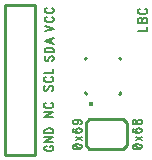
<source format=gto>
G04 DipTrace 3.0.0.1*
G04 mpu9250.GTO*
%MOIN*%
G04 #@! TF.FileFunction,Legend,Top*
G04 #@! TF.Part,Single*
%ADD10C,0.01*%
%ADD22C,0.015754*%
%ADD14C,0.008*%
%FSLAX26Y26*%
G04*
G70*
G90*
G75*
G01*
G04 TopSilk*
%LPD*%
X518703Y918723D2*
D10*
X418701D1*
Y418679D1*
X518703D1*
Y918723D1*
X824951Y449952D2*
X812452Y437452D1*
X699950D1*
X687451Y449952D1*
Y524952D1*
X699950Y537452D1*
X812452D1*
X824951Y524952D1*
Y449952D1*
X688586Y622138D2*
X684651Y626089D1*
X802766Y622191D2*
X798816D1*
X802751Y622138D2*
Y626089D1*
X802766Y740254D2*
X798816D1*
X802766D2*
X802751Y736321D1*
X684636Y740254D2*
X688586D1*
X684636D2*
X684651Y736321D1*
D22*
X704332Y586714D3*
X551268Y829516D2*
D14*
X581412Y838695D1*
X551268Y847874D1*
X558431Y877892D2*
X555579Y876751D1*
X552694Y874443D1*
X551268Y872162D1*
Y867572D1*
X552694Y865264D1*
X555579Y862982D1*
X558431Y861815D1*
X562742Y860674D1*
X569938D1*
X574216Y861815D1*
X577101Y862982D1*
X579953Y865264D1*
X581412Y867572D1*
Y872162D1*
X579953Y874443D1*
X577101Y876751D1*
X574216Y877892D1*
X558431Y907909D2*
X555579Y906769D1*
X552694Y904461D1*
X551268Y902179D1*
Y897590D1*
X552694Y895281D1*
X555579Y893000D1*
X558431Y891833D1*
X562742Y890692D1*
X569938D1*
X574216Y891833D1*
X577101Y893000D1*
X579953Y895281D1*
X581412Y897589D1*
Y902179D1*
X579953Y904461D1*
X577101Y906769D1*
X574216Y907909D1*
X554451Y746720D2*
X551566Y744439D1*
X550140Y740990D1*
Y736400D1*
X551566Y732951D1*
X554451Y730643D1*
X557303D1*
X560188Y731811D1*
X561614Y732951D1*
X563040Y735233D1*
X565925Y742131D1*
X567351Y744439D1*
X568810Y745579D1*
X571662Y746720D1*
X575973D1*
X578825Y744439D1*
X580284Y740990D1*
Y736400D1*
X578825Y732951D1*
X575973Y730643D1*
X550140Y759520D2*
X580284D1*
Y767558D1*
X578825Y771007D1*
X575973Y773315D1*
X573088Y774456D1*
X568810Y775597D1*
X561614D1*
X557303Y774456D1*
X554451Y773315D1*
X551566Y771007D1*
X550140Y767559D1*
Y759520D1*
X580284Y806782D2*
X550140Y797576D1*
X580284Y788397D1*
X570236Y791846D2*
Y803333D1*
X552714Y648458D2*
X549829Y646176D1*
X548403Y642727D1*
Y638138D1*
X549829Y634689D1*
X552714Y632381D1*
X555566D1*
X558451Y633548D1*
X559877Y634689D1*
X561303Y636971D1*
X564188Y643868D1*
X565614Y646176D1*
X567073Y647317D1*
X569925Y648458D1*
X574236D1*
X577088Y646176D1*
X578547Y642727D1*
Y638138D1*
X577088Y634689D1*
X574236Y632381D1*
X555566Y678475D2*
X552714Y677334D1*
X549829Y675026D1*
X548403Y672745D1*
Y668155D1*
X549829Y665847D1*
X552714Y663566D1*
X555566Y662398D1*
X559877Y661258D1*
X567073D1*
X571351Y662398D1*
X574236Y663566D1*
X577088Y665847D1*
X578547Y668155D1*
Y672745D1*
X577088Y675026D1*
X574236Y677334D1*
X571351Y678475D1*
X548403Y691275D2*
X578547D1*
Y705044D1*
X548403Y560958D2*
X578547D1*
X548403Y544881D1*
X578547D1*
X555566Y590975D2*
X552714Y589834D1*
X549829Y587526D1*
X548403Y585245D1*
Y580655D1*
X549829Y578347D1*
X552714Y576066D1*
X555566Y574898D1*
X559877Y573758D1*
X567073D1*
X571351Y574898D1*
X574236Y576066D1*
X577088Y578347D1*
X578547Y580655D1*
Y585245D1*
X577088Y587526D1*
X574236Y589834D1*
X571351Y590975D1*
X556721Y448444D2*
X553869Y447303D1*
X550984Y444995D1*
X549558Y442713D1*
Y438124D1*
X550984Y435816D1*
X553869Y433534D1*
X556721Y432367D1*
X561032Y431226D1*
X568228D1*
X572506Y432367D1*
X575391Y433534D1*
X578243Y435816D1*
X579702Y438124D1*
Y442713D1*
X578243Y444995D1*
X575391Y447303D1*
X572506Y448444D1*
X568228D1*
Y442713D1*
X549558Y477320D2*
X579702D1*
X549558Y461244D1*
X579702D1*
X549558Y490120D2*
X579702D1*
Y498159D1*
X578243Y501608D1*
X575391Y503916D1*
X572506Y505056D1*
X568228Y506197D1*
X561032D1*
X556721Y505056D1*
X553869Y503916D1*
X550984Y501608D1*
X549558Y498159D1*
Y490120D1*
X843340Y444376D2*
X844766Y440927D1*
X849077Y438619D1*
X856240Y437478D1*
X860551D1*
X867714Y438619D1*
X872025Y440927D1*
X873451Y444376D1*
Y446657D1*
X872025Y450106D1*
X867714Y452387D1*
X860551Y453555D1*
X856240D1*
X849077Y452388D1*
X844766Y450106D1*
X843340Y446657D1*
Y444376D1*
X849077Y452388D2*
X867714Y438619D1*
X853355Y466355D2*
X873451Y478983D1*
X853355D2*
X873451Y466355D1*
X847618Y505551D2*
X844766Y504411D1*
X843340Y500962D1*
Y498680D1*
X844766Y495232D1*
X849077Y492923D1*
X856240Y491783D1*
X863403D1*
X869140Y492923D1*
X872025Y495232D1*
X873451Y498680D1*
Y499821D1*
X872025Y503243D1*
X869140Y505551D1*
X864829Y506692D1*
X863403D1*
X859092Y505551D1*
X856240Y503243D1*
X854814Y499821D1*
Y498680D1*
X856240Y495232D1*
X859092Y492923D1*
X863403Y491783D1*
X843340Y525223D2*
X844766Y521800D1*
X847618Y520633D1*
X850503D1*
X853355Y521800D1*
X854814Y524082D1*
X856240Y528671D1*
X857666Y532120D1*
X860551Y534402D1*
X863403Y535542D1*
X867714D1*
X870566Y534402D1*
X872025Y533261D1*
X873451Y529812D1*
Y525223D1*
X872025Y521800D1*
X870566Y520633D1*
X867714Y519492D1*
X863403D1*
X860551Y520633D1*
X857666Y522941D1*
X856240Y526363D1*
X854814Y530953D1*
X853355Y533261D1*
X850503Y534402D1*
X847618D1*
X844766Y533261D1*
X843340Y529812D1*
Y525223D1*
X643340Y444376D2*
X644766Y440927D1*
X649077Y438619D1*
X656240Y437478D1*
X660551D1*
X667714Y438619D1*
X672025Y440927D1*
X673451Y444376D1*
Y446657D1*
X672025Y450106D1*
X667714Y452387D1*
X660551Y453555D1*
X656240D1*
X649077Y452388D1*
X644766Y450106D1*
X643340Y446657D1*
Y444376D1*
X649077Y452388D2*
X667714Y438619D1*
X653355Y466355D2*
X673451Y478983D1*
X653355D2*
X673451Y466355D1*
X647618Y505551D2*
X644766Y504411D1*
X643340Y500962D1*
Y498680D1*
X644766Y495232D1*
X649077Y492923D1*
X656240Y491783D1*
X663403D1*
X669140Y492923D1*
X672025Y495232D1*
X673451Y498680D1*
Y499821D1*
X672025Y503243D1*
X669140Y505551D1*
X664829Y506692D1*
X663403D1*
X659092Y505551D1*
X656240Y503243D1*
X654814Y499821D1*
Y498680D1*
X656240Y495232D1*
X659092Y492923D1*
X663403Y491783D1*
X653355Y534428D2*
X657666Y533261D1*
X660551Y530979D1*
X661977Y527531D1*
Y526390D1*
X660551Y522941D1*
X657666Y520660D1*
X653355Y519492D1*
X651929D1*
X647618Y520660D1*
X644766Y522941D1*
X643340Y526390D1*
Y527531D1*
X644766Y530979D1*
X647618Y533261D1*
X653355Y534428D1*
X660551D1*
X667714Y533261D1*
X672025Y530979D1*
X673451Y527531D1*
Y525249D1*
X672025Y521800D1*
X669140Y520659D1*
X861773Y831512D2*
X891917D1*
Y845281D1*
X861773Y858081D2*
X891917D1*
Y868427D1*
X890458Y871876D1*
X889032Y873017D1*
X886180Y874158D1*
X881869D1*
X878984Y873017D1*
X877558Y871876D1*
X876132Y868427D1*
X874673Y871876D1*
X873247Y873017D1*
X870395Y874158D1*
X867510D1*
X864658Y873017D1*
X863199Y871876D1*
X861773Y868427D1*
Y858081D1*
X876132D2*
Y868427D1*
X868936Y904175D2*
X866084Y903034D1*
X863199Y900726D1*
X861773Y898445D1*
Y893855D1*
X863199Y891547D1*
X866084Y889266D1*
X868936Y888098D1*
X873247Y886958D1*
X880443D1*
X884721Y888098D1*
X887606Y889266D1*
X890458Y891547D1*
X891917Y893855D1*
Y898445D1*
X890458Y900726D1*
X887606Y903034D1*
X884721Y904175D1*
M02*

</source>
